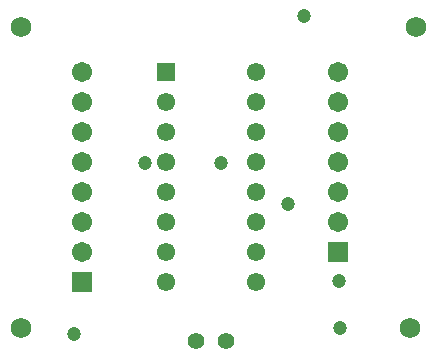
<source format=gts>
G04*
G04 #@! TF.GenerationSoftware,Altium Limited,Altium Designer,20.1.8 (145)*
G04*
G04 Layer_Color=8388736*
%FSAX24Y24*%
%MOIN*%
G70*
G04*
G04 #@! TF.SameCoordinates,A9D52D31-DEFF-4A73-B345-733BC34C7DFE*
G04*
G04*
G04 #@! TF.FilePolarity,Negative*
G04*
G01*
G75*
%ADD13C,0.0680*%
%ADD14R,0.0611X0.0611*%
%ADD15C,0.0611*%
%ADD16C,0.0671*%
%ADD17R,0.0671X0.0671*%
%ADD18C,0.0552*%
%ADD19C,0.0474*%
D13*
X037992Y020079D02*
D03*
X038189Y030118D02*
D03*
X025000Y020079D02*
D03*
Y030118D02*
D03*
D14*
X029844Y028613D02*
D03*
D15*
Y027613D02*
D03*
Y026613D02*
D03*
Y025613D02*
D03*
Y024613D02*
D03*
Y023613D02*
D03*
Y022613D02*
D03*
Y021613D02*
D03*
X032844D02*
D03*
Y022613D02*
D03*
Y023613D02*
D03*
Y024613D02*
D03*
Y025613D02*
D03*
Y026613D02*
D03*
Y027613D02*
D03*
Y028613D02*
D03*
D16*
X035594Y024629D02*
D03*
Y023629D02*
D03*
Y025629D02*
D03*
Y026629D02*
D03*
Y027629D02*
D03*
Y028629D02*
D03*
X027044D02*
D03*
Y027629D02*
D03*
Y026629D02*
D03*
Y025629D02*
D03*
Y024629D02*
D03*
Y023629D02*
D03*
Y022629D02*
D03*
D17*
X035594D02*
D03*
X027044Y021629D02*
D03*
D18*
X031844Y019656D02*
D03*
X030844D02*
D03*
D19*
X035600Y021650D02*
D03*
X031693Y025591D02*
D03*
X026772Y019882D02*
D03*
X035630Y020079D02*
D03*
X034449Y030512D02*
D03*
X033905Y024213D02*
D03*
X029134Y025591D02*
D03*
M02*

</source>
